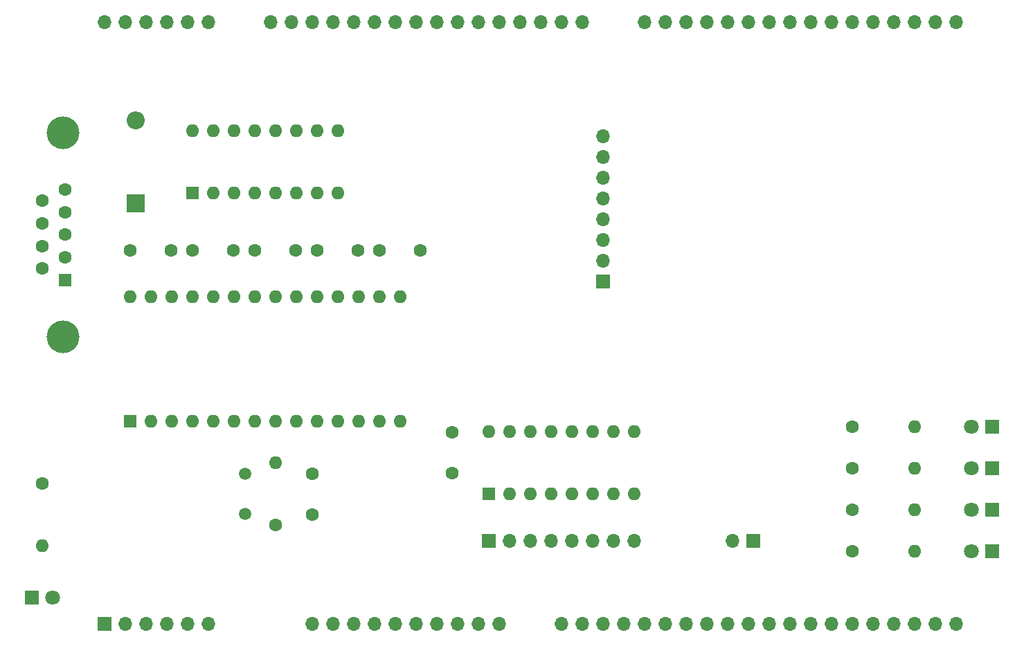
<source format=gbs>
G04 #@! TF.GenerationSoftware,KiCad,Pcbnew,7.0.8-7.0.8~ubuntu22.04.1*
G04 #@! TF.CreationDate,2023-11-11T15:49:16+10:00*
G04 #@! TF.ProjectId,IoBoard,496f426f-6172-4642-9e6b-696361645f70,rev?*
G04 #@! TF.SameCoordinates,Original*
G04 #@! TF.FileFunction,Soldermask,Bot*
G04 #@! TF.FilePolarity,Negative*
%FSLAX46Y46*%
G04 Gerber Fmt 4.6, Leading zero omitted, Abs format (unit mm)*
G04 Created by KiCad (PCBNEW 7.0.8-7.0.8~ubuntu22.04.1) date 2023-11-11 15:49:16*
%MOMM*%
%LPD*%
G01*
G04 APERTURE LIST*
%ADD10C,1.600000*%
%ADD11R,1.700000X1.700000*%
%ADD12O,1.700000X1.700000*%
%ADD13C,1.500000*%
%ADD14O,1.600000X1.600000*%
%ADD15R,1.800000X1.800000*%
%ADD16C,1.800000*%
%ADD17R,2.200000X2.200000*%
%ADD18O,2.200000X2.200000*%
%ADD19R,1.600000X1.600000*%
%ADD20C,4.000000*%
G04 APERTURE END LIST*
D10*
X125015000Y-53975000D03*
X120015000Y-53975000D03*
D11*
X133350000Y-89535000D03*
D12*
X135890000Y-89535000D03*
X138430000Y-89535000D03*
X140970000Y-89535000D03*
X143510000Y-89535000D03*
X146050000Y-89535000D03*
X148590000Y-89535000D03*
X151130000Y-89535000D03*
D13*
X103535000Y-81370000D03*
X103535000Y-86270000D03*
D10*
X177800000Y-75565000D03*
D14*
X185420000Y-75565000D03*
D10*
X107315000Y-87630000D03*
D14*
X107315000Y-80010000D03*
D15*
X194945000Y-85725000D03*
D16*
X192405000Y-85725000D03*
D10*
X94535000Y-53975000D03*
X89535000Y-53975000D03*
X177800000Y-85725000D03*
D14*
X185420000Y-85725000D03*
D15*
X194945000Y-75565000D03*
D16*
X192405000Y-75565000D03*
D10*
X128905000Y-76240000D03*
X128905000Y-81240000D03*
X177800000Y-90805000D03*
D14*
X185420000Y-90805000D03*
D15*
X77470000Y-96520000D03*
D16*
X80010000Y-96520000D03*
D17*
X90170000Y-48260000D03*
D18*
X90170000Y-38100000D03*
D11*
X147320000Y-57785000D03*
D12*
X147320000Y-55245000D03*
X147320000Y-52705000D03*
X147320000Y-50165000D03*
X147320000Y-47625000D03*
X147320000Y-45085000D03*
X147320000Y-42545000D03*
X147320000Y-40005000D03*
D10*
X78740000Y-82550000D03*
D14*
X78740000Y-90170000D03*
D10*
X112395000Y-53975000D03*
X117395000Y-53975000D03*
D19*
X97155000Y-46990000D03*
D14*
X99695000Y-46990000D03*
X102235000Y-46990000D03*
X104775000Y-46990000D03*
X107315000Y-46990000D03*
X109855000Y-46990000D03*
X112395000Y-46990000D03*
X114935000Y-46990000D03*
X114935000Y-39370000D03*
X112395000Y-39370000D03*
X109855000Y-39370000D03*
X107315000Y-39370000D03*
X104775000Y-39370000D03*
X102235000Y-39370000D03*
X99695000Y-39370000D03*
X97155000Y-39370000D03*
D19*
X89545000Y-74935000D03*
D14*
X92085000Y-74935000D03*
X94625000Y-74935000D03*
X97165000Y-74935000D03*
X99705000Y-74935000D03*
X102245000Y-74935000D03*
X104785000Y-74935000D03*
X107325000Y-74935000D03*
X109865000Y-74935000D03*
X112405000Y-74935000D03*
X114945000Y-74935000D03*
X117485000Y-74935000D03*
X120025000Y-74935000D03*
X122565000Y-74935000D03*
X122565000Y-59695000D03*
X120025000Y-59695000D03*
X117485000Y-59695000D03*
X114945000Y-59695000D03*
X112405000Y-59695000D03*
X109865000Y-59695000D03*
X107325000Y-59695000D03*
X104785000Y-59695000D03*
X102245000Y-59695000D03*
X99705000Y-59695000D03*
X97165000Y-59695000D03*
X94625000Y-59695000D03*
X92085000Y-59695000D03*
X89545000Y-59695000D03*
D20*
X81280000Y-39580000D03*
X81280000Y-64580000D03*
D19*
X81580000Y-57620000D03*
D10*
X81580000Y-54850000D03*
X81580000Y-52080000D03*
X81580000Y-49310000D03*
X81580000Y-46540000D03*
X78740000Y-56235000D03*
X78740000Y-53465000D03*
X78740000Y-50695000D03*
X78740000Y-47925000D03*
X111760000Y-86360000D03*
X111760000Y-81360000D03*
X177800000Y-80645000D03*
D14*
X185420000Y-80645000D03*
D10*
X104775000Y-53975000D03*
X109775000Y-53975000D03*
D15*
X194945000Y-90805000D03*
D16*
X192405000Y-90805000D03*
D11*
X86360000Y-99695000D03*
D12*
X88900000Y-99695000D03*
X91440000Y-99695000D03*
X93980000Y-99695000D03*
X96520000Y-99695000D03*
X99060000Y-99695000D03*
X111760000Y-99695000D03*
X114300000Y-99695000D03*
X116840000Y-99695000D03*
X119380000Y-99695000D03*
X121920000Y-99695000D03*
X124460000Y-99695000D03*
X127000000Y-99695000D03*
X129540000Y-99695000D03*
X132080000Y-99695000D03*
X134620000Y-99695000D03*
X142240000Y-99695000D03*
X144780000Y-99695000D03*
X147320000Y-99695000D03*
X149860000Y-99695000D03*
X152400000Y-99695000D03*
X154940000Y-99695000D03*
X157480000Y-99695000D03*
X160020000Y-99695000D03*
X162560000Y-99695000D03*
X165100000Y-99695000D03*
X167640000Y-99695000D03*
X170180000Y-99695000D03*
X172720000Y-99695000D03*
X175260000Y-99695000D03*
X177800000Y-99695000D03*
X180340000Y-99695000D03*
X182880000Y-99695000D03*
X185420000Y-99695000D03*
X187960000Y-99695000D03*
X190500000Y-99695000D03*
X190500000Y-26035000D03*
X187960000Y-26035000D03*
X185420000Y-26035000D03*
X182880000Y-26035000D03*
X180340000Y-26035000D03*
X177800000Y-26035000D03*
X175260000Y-26035000D03*
X172720000Y-26035000D03*
X170180000Y-26035000D03*
X167640000Y-26035000D03*
X165100000Y-26035000D03*
X162560000Y-26035000D03*
X160020000Y-26035000D03*
X157480000Y-26035000D03*
X154940000Y-26035000D03*
X152400000Y-26035000D03*
X144780000Y-26035000D03*
X142240000Y-26035000D03*
X139700000Y-26035000D03*
X137160000Y-26035000D03*
X134620000Y-26035000D03*
X132080000Y-26035000D03*
X129540000Y-26035000D03*
X127000000Y-26035000D03*
X124460000Y-26035000D03*
X121920000Y-26035000D03*
X119380000Y-26035000D03*
X116840000Y-26035000D03*
X114300000Y-26035000D03*
X111760000Y-26035000D03*
X109220000Y-26035000D03*
X106680000Y-26035000D03*
X99060000Y-26035000D03*
X96520000Y-26035000D03*
X93980000Y-26035000D03*
X91440000Y-26035000D03*
X88900000Y-26035000D03*
X86360000Y-26035000D03*
D15*
X194945000Y-80645000D03*
D16*
X192405000Y-80645000D03*
D11*
X165735000Y-89535000D03*
D12*
X163195000Y-89535000D03*
D19*
X133350000Y-83820000D03*
D14*
X135890000Y-83820000D03*
X138430000Y-83820000D03*
X140970000Y-83820000D03*
X143510000Y-83820000D03*
X146050000Y-83820000D03*
X148590000Y-83820000D03*
X151130000Y-83820000D03*
X151130000Y-76200000D03*
X148590000Y-76200000D03*
X146050000Y-76200000D03*
X143510000Y-76200000D03*
X140970000Y-76200000D03*
X138430000Y-76200000D03*
X135890000Y-76200000D03*
X133350000Y-76200000D03*
D10*
X97155000Y-53975000D03*
X102155000Y-53975000D03*
M02*

</source>
